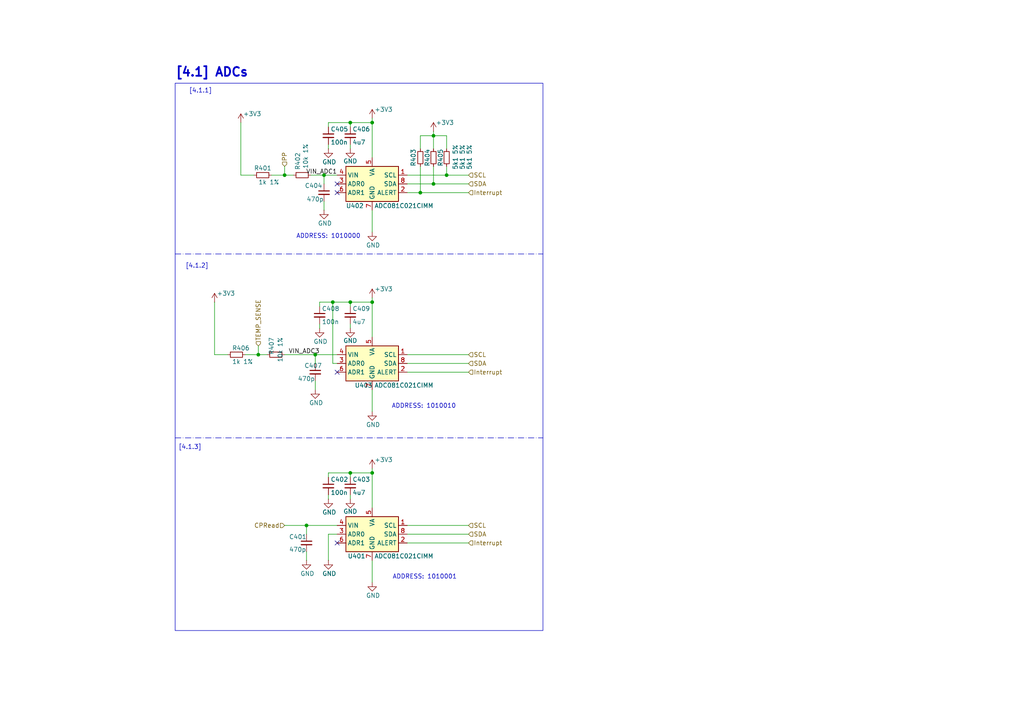
<source format=kicad_sch>
(kicad_sch (version 20231120) (generator "eeschema") (generator_version "8.0")
  (paper "A4")
  (title_block (title "SwitchSystemAddOn") (date "2024-07-25") (rev "3.3") (company "Gridlinx") (comment 1 "Kenan Kosack Henriksen"))
  (lib_symbols
    (symbol "Analog_ADC:ADC081C021CIMM"
      (property "Reference" "U" (at 3.81 11.43 0))
      (property "Value" "ADC081C021CIMM" (at 10.16 8.89 0))
      (symbol "ADC081C021CIMM_0_1"
        (rectangle (start -7.62 5.08) (end 7.62 -5.08) (stroke (width 0.254)) (fill (type background)))
      )
      (symbol "ADC081C021CIMM_1_1"
        (pin input line (at 10.16 2.54 180) (length 2.54) (name "SCL") (number "1"))
        (pin open_collector line (at 10.16 -2.54 180) (length 2.54) (name "ALERT") (number "2"))
        (pin input line (at -10.16 0 0) (length 2.54) (name "ADR0") (number "3"))
        (pin input line (at -10.16 2.54 0) (length 2.54) (name "VIN") (number "4"))
        (pin power_in line (at 0 7.62 270) (length 2.54) (name "VA") (number "5"))
        (pin input line (at -10.16 -2.54 0) (length 2.54) (name "ADR1") (number "6"))
        (pin power_in line (at 0 -7.62 90) (length 2.54) (name "GND") (number "7"))
        (pin bidirectional line (at 10.16 0 180) (length 2.54) (name "SDA") (number "8"))
      )
    )
    (symbol "Device:C_Small" (pin_numbers hide) (pin_names (offset 0.254) hide)
      (property "Reference" "C" (at 0.254 1.778 0))
      (property "Value" "C_Small" (at 0.254 -2.032 0))
      (symbol "C_Small_0_1"
        (polyline (pts (xy -1.524 -0.508) (xy 1.524 -0.508)) (stroke (width 0.3302)))
        (polyline (pts (xy -1.524 0.508) (xy 1.524 0.508)) (stroke (width 0.3048)))
      )
      (symbol "C_Small_1_1"
        (pin passive line (at 0 2.54 270) (length 2.032) (name "~") (number "1"))
        (pin passive line (at 0 -2.54 90) (length 2.032) (name "~") (number "2"))
      )
    )
    (symbol "Device:R_Small" (pin_numbers hide) (pin_names (offset 0.254) hide)
      (property "Reference" "R" (at 0.762 0.508 0))
      (property "Value" "R_Small" (at 0.762 -1.016 0))
      (symbol "R_Small_0_1"
        (rectangle (start -0.762 1.778) (end 0.762 -1.778) (stroke (width 0.2032)))
      )
      (symbol "R_Small_1_1"
        (pin passive line (at 0 2.54 270) (length 0.762) (name "~") (number "1"))
        (pin passive line (at 0 -2.54 90) (length 0.762) (name "~") (number "2"))
      )
    )
    (symbol "GND_1" (power) (pin_numbers hide) (pin_names (offset 0) hide)
      (property "Value" "GND" (at 0 -3.81 0))
      (symbol "GND_1_0_1"
        (polyline (pts (xy 0 0) (xy 0 -1.27) (xy 1.27 -1.27) (xy 0 -2.54) (xy -1.27 -1.27) (xy 0 -1.27)))
      )
      (symbol "GND_1_1_1"
        (pin power_in line (at 0 0 270) (length 0) (name "~") (number "1"))
      )
    )
    (symbol "power:+3V3" (power) (pin_numbers hide) (pin_names (offset 0) hide)
      (property "Value" "+3V3" (at 0 3.556 0))
      (symbol "+3V3_0_1"
        (polyline (pts (xy -0.762 1.27) (xy 0 2.54)))
        (polyline (pts (xy 0 0) (xy 0 2.54)))
        (polyline (pts (xy 0 2.54) (xy 0.762 1.27)))
      )
      (symbol "+3V3_1_1"
        (pin power_in line (at 0 0 90) (length 0) (name "~") (number "1"))
      )
    )
  )
  (junction (at 101.6 35.56))
  (junction (at 125.73 39.37))
  (junction (at 107.95 137.16))
  (junction (at 96.52 87.63))
  (junction (at 101.6 137.16))
  (junction (at 121.92 55.88))
  (junction (at 125.73 53.34))
  (junction (at 91.44 102.87))
  (junction (at 82.55 50.8))
  (junction (at 101.6 87.63))
  (junction (at 93.98 50.8))
  (junction (at 88.9 152.4))
  (junction (at 107.95 35.56))
  (junction (at 107.95 87.63))
  (junction (at 74.93 102.87))
  (junction (at 129.54 50.8))
  (no_connect (at 97.79 157.48))
  (no_connect (at 97.79 55.88))
  (no_connect (at 97.79 53.34))
  (no_connect (at 97.79 107.95))
  (wire (pts (xy 107.95 35.56) (xy 107.95 45.72)))
  (wire (pts (xy 121.92 43.18) (xy 121.92 39.37)))
  (wire (pts (xy 95.25 35.56) (xy 101.6 35.56)))
  (wire (pts (xy 118.11 53.34) (xy 125.73 53.34)))
  (wire (pts (xy 101.6 87.63) (xy 107.95 87.63)))
  (polyline (pts (xy 50.8 73.66) (xy 157.48 73.66)) (stroke (width 0) (type dash_dot)))
  (wire (pts (xy 101.6 87.63) (xy 101.6 88.9)))
  (wire (pts (xy 91.44 110.49) (xy 91.44 113.03)))
  (wire (pts (xy 91.44 102.87) (xy 91.44 105.41)))
  (wire (pts (xy 97.79 105.41) (xy 96.52 105.41)))
  (wire (pts (xy 62.23 102.87) (xy 62.23 87.63)))
  (wire (pts (xy 118.11 157.48) (xy 135.89 157.48)))
  (wire (pts (xy 101.6 35.56) (xy 101.6 36.83)))
  (wire (pts (xy 82.55 152.4) (xy 88.9 152.4)))
  (wire (pts (xy 71.12 102.87) (xy 74.93 102.87)))
  (wire (pts (xy 95.25 138.43) (xy 95.25 137.16)))
  (wire (pts (xy 129.54 43.18) (xy 129.54 39.37)))
  (wire (pts (xy 125.73 39.37) (xy 129.54 39.37)))
  (wire (pts (xy 101.6 137.16) (xy 101.6 138.43)))
  (wire (pts (xy 88.9 152.4) (xy 97.79 152.4)))
  (wire (pts (xy 82.55 102.87) (xy 91.44 102.87)))
  (wire (pts (xy 107.95 87.63) (xy 107.95 97.79)))
  (wire (pts (xy 91.44 102.87) (xy 97.79 102.87)))
  (wire (pts (xy 74.93 100.33) (xy 74.93 102.87)))
  (polyline (pts (xy 50.8 127) (xy 157.48 127)) (stroke (width 0) (type dash_dot)))
  (wire (pts (xy 97.79 50.8) (xy 93.98 50.8)))
  (wire (pts (xy 92.71 88.9) (xy 92.71 87.63)))
  (wire (pts (xy 93.98 50.8) (xy 93.98 53.34)))
  (wire (pts (xy 118.11 50.8) (xy 129.54 50.8)))
  (wire (pts (xy 96.52 87.63) (xy 101.6 87.63)))
  (wire (pts (xy 107.95 34.29) (xy 107.95 35.56)))
  (wire (pts (xy 78.74 50.8) (xy 82.55 50.8)))
  (wire (pts (xy 90.17 50.8) (xy 93.98 50.8)))
  (wire (pts (xy 118.11 152.4) (xy 135.89 152.4)))
  (wire (pts (xy 118.11 107.95) (xy 135.89 107.95)))
  (wire (pts (xy 118.11 105.41) (xy 135.89 105.41)))
  (wire (pts (xy 101.6 137.16) (xy 107.95 137.16)))
  (wire (pts (xy 97.79 154.94) (xy 95.25 154.94)))
  (wire (pts (xy 96.52 87.63) (xy 96.52 105.41)))
  (wire (pts (xy 101.6 35.56) (xy 107.95 35.56)))
  (wire (pts (xy 121.92 39.37) (xy 125.73 39.37)))
  (wire (pts (xy 118.11 55.88) (xy 121.92 55.88)))
  (wire (pts (xy 125.73 39.37) (xy 125.73 38.1)))
  (wire (pts (xy 118.11 102.87) (xy 135.89 102.87)))
  (wire (pts (xy 101.6 41.91) (xy 101.6 43.18)))
  (wire (pts (xy 121.92 55.88) (xy 135.89 55.88)))
  (wire (pts (xy 107.95 113.03) (xy 107.95 119.38)))
  (wire (pts (xy 69.85 50.8) (xy 69.85 35.56)))
  (wire (pts (xy 92.71 87.63) (xy 96.52 87.63)))
  (wire (pts (xy 107.95 135.89) (xy 107.95 137.16)))
  (wire (pts (xy 95.25 137.16) (xy 101.6 137.16)))
  (wire (pts (xy 107.95 86.36) (xy 107.95 87.63)))
  (wire (pts (xy 95.25 143.51) (xy 95.25 144.78)))
  (wire (pts (xy 129.54 48.26) (xy 129.54 50.8)))
  (wire (pts (xy 101.6 93.98) (xy 101.6 95.25)))
  (wire (pts (xy 66.04 102.87) (xy 62.23 102.87)))
  (wire (pts (xy 82.55 48.26) (xy 82.55 50.8)))
  (wire (pts (xy 125.73 53.34) (xy 135.89 53.34)))
  (wire (pts (xy 107.95 162.56) (xy 107.95 168.91)))
  (wire (pts (xy 125.73 48.26) (xy 125.73 53.34)))
  (wire (pts (xy 125.73 39.37) (xy 125.73 43.18)))
  (wire (pts (xy 101.6 143.51) (xy 101.6 144.78)))
  (wire (pts (xy 95.25 154.94) (xy 95.25 162.56)))
  (wire (pts (xy 88.9 160.02) (xy 88.9 162.56)))
  (wire (pts (xy 95.25 41.91) (xy 95.25 43.18)))
  (wire (pts (xy 129.54 50.8) (xy 135.89 50.8)))
  (wire (pts (xy 107.95 60.96) (xy 107.95 67.31)))
  (wire (pts (xy 88.9 152.4) (xy 88.9 154.94)))
  (wire (pts (xy 74.93 102.87) (xy 77.47 102.87)))
  (wire (pts (xy 73.66 50.8) (xy 69.85 50.8)))
  (wire (pts (xy 92.71 93.98) (xy 92.71 95.25)))
  (wire (pts (xy 107.95 137.16) (xy 107.95 147.32)))
  (wire (pts (xy 95.25 36.83) (xy 95.25 35.56)))
  (wire (pts (xy 93.98 58.42) (xy 93.98 60.96)))
  (wire (pts (xy 118.11 154.94) (xy 135.89 154.94)))
  (wire (pts (xy 121.92 48.26) (xy 121.92 55.88)))
  (wire (pts (xy 82.55 50.8) (xy 85.09 50.8)))
  (rectangle (start 50.8 24.13) (end 157.48 182.88))
  (text "ADDRESS: 1010010" (at 122.936 117.856 0) (effects (font (size 1.27 1.27))))
  (text "ADDRESS: 1010000" (at 95.25 68.58 0) (effects (font (size 1.27 1.27))))
  (text "[4.1.1]" (at 58.166 26.416 0) (effects (font (size 1.27 1.27))))
  (text "[4.1.3]" (at 55.118 129.794 0) (effects (font (size 1.27 1.27))))
  (text "ADDRESS: 1010001" (at 123.19 167.386 0) (effects (font (size 1.27 1.27))))
  (text "[4.1] ADCs" (at 61.468 21.082 0) (effects (font (size 2.54 2.54) (thickness 0.508) (bold yes))))
  (text "[4.1.2]" (at 57.15 77.216 0) (effects (font (size 1.27 1.27))))
  (label "VIN_ADC1" (at 97.79 50.8 180))
  (label "VIN_ADC3" (at 92.71 102.87 180))
  (hierarchical_label "SDA" (shape input) (at 135.89 105.41 0))
  (hierarchical_label "Interrupt" (shape input) (at 135.89 55.88 0))
  (hierarchical_label "PP" (shape input) (at 82.55 48.26 90))
  (hierarchical_label "Interrupt" (shape input) (at 135.89 157.48 0))
  (hierarchical_label "SCL" (shape input) (at 135.89 102.87 0))
  (hierarchical_label "SCL" (shape input) (at 135.89 152.4 0))
  (hierarchical_label "SDA" (shape input) (at 135.89 53.34 0))
  (hierarchical_label "TEMP_SENSE" (shape input) (at 74.93 100.33 90))
  (hierarchical_label "Interrupt" (shape input) (at 135.89 107.95 0))
  (hierarchical_label "SCL" (shape input) (at 135.89 50.8 0))
  (hierarchical_label "CPRead" (shape input) (at 82.55 152.4 180))
  (hierarchical_label "SDA" (shape input) (at 135.89 154.94 0))
  (symbol (lib_id "power:+3V3") (at 69.85 35.56 0) (unit 1)
    (property "Reference" "#PWR0402" (effects (hide yes)))
    (property "Value" "+3V3" (at 73.152 33.02 0))
    (property "Description" "Power symbol creates a global label with name \"+3V3\"" (effects (hide yes)))
  )
  (symbol (lib_id "Device:C_Small") (at 95.25 39.37 0) (unit 1)
    (property "Reference" "C405" (at 95.885 37.465 0) (effects (justify left)))
    (property "Value" "100n" (at 95.885 41.275 0) (effects (justify left)))
    (property "Footprint" "Capacitor_SMD:C_0402_1005Metric" (effects (hide yes)))
    (property "Description" "100n X7R 25V 0402" (effects (hide yes)))
    (property "Generic" "Yes" (effects (hide yes)))
    (property "Supplier link" "~ " (effects (hide yes)))
  )
  (symbol (lib_id "power:+3V3") (at 125.73 38.1 0) (unit 1)
    (property "Reference" "#PWR0414" (effects (hide yes)))
    (property "Value" "+3V3" (at 129.032 35.56 0))
    (property "Description" "Power symbol creates a global label with name \"+3V3\"" (effects (hide yes)))
  )
  (symbol (lib_name "GND_1") (lib_id "power:GND") (at 95.25 162.56 0) (unit 1)
    (property "Reference" "#PWR0404" (effects (hide yes)))
    (property "Value" "GND" (at 95.504 166.37 0))
    (property "Description" "Power symbol creates a global label with name \"GND\" , ground" (effects (hide yes)))
  )
  (symbol (lib_name "GND_1") (lib_id "power:GND") (at 91.44 113.03 0) (unit 1)
    (property "Reference" "#PWR0415" (effects (hide yes)))
    (property "Value" "GND" (at 91.694 116.84 0))
    (property "Description" "Power symbol creates a global label with name \"GND\" , ground" (effects (hide yes)))
  )
  (symbol (lib_id "Device:R_Small") (at 76.2 50.8 270) (mirror x) (unit 1)
    (property "Reference" "R401" (at 73.66 48.768 90) (effects (justify left)))
    (property "Value" "1k 1%" (at 74.93 52.832 90) (effects (justify left)))
    (property "Footprint" "Resistor_SMD:R_0402_1005Metric" (effects (hide yes)))
    (property "Description" "1K OHM 1% 1/16W 0402" (effects (hide yes)))
    (property "Supplier link" "~ " (effects (hide yes)))
    (property "Generic" "Yes" (effects (hide yes)))
    (property "Manufacturer_Name" "~ " (effects (hide yes)))
    (property "Manufacturer_Part_Number" "~ " (effects (hide yes)))
  )
  (symbol (lib_name "GND_1") (lib_id "power:GND") (at 101.6 144.78 0) (unit 1)
    (property "Reference" "#PWR0405" (effects (hide yes)))
    (property "Value" "GND" (at 101.6 148.336 0))
    (property "Description" "Power symbol creates a global label with name \"GND\" , ground" (effects (hide yes)))
  )
  (symbol (lib_id "Device:C_Small") (at 95.25 140.97 0) (unit 1)
    (property "Reference" "C402" (at 95.885 139.065 0) (effects (justify left)))
    (property "Value" "100n" (at 95.885 142.875 0) (effects (justify left)))
    (property "Footprint" "Capacitor_SMD:C_0402_1005Metric" (effects (hide yes)))
    (property "Description" "100n X7R 25V 0402" (effects (hide yes)))
    (property "Generic" "Yes" (effects (hide yes)))
    (property "Supplier link" "~ " (effects (hide yes)))
  )
  (symbol (lib_name "GND_1") (lib_id "power:GND") (at 95.25 43.18 0) (unit 1)
    (property "Reference" "#PWR0409" (effects (hide yes)))
    (property "Value" "GND" (at 95.504 46.99 0))
    (property "Description" "Power symbol creates a global label with name \"GND\" , ground" (effects (hide yes)))
  )
  (symbol (lib_id "Device:C_Small") (at 101.6 140.97 0) (unit 1)
    (property "Reference" "C403" (at 102.235 139.065 0) (effects (justify left)))
    (property "Value" "4u7" (at 102.235 142.875 0) (effects (justify left)))
    (property "Footprint" "Capacitor_SMD:C_0402_1005Metric" (effects (hide yes)))
    (property "Description" "4.7u 25V X5R 0805" (effects (hide yes)))
    (property "Supplier link" "~ " (effects (hide yes)))
    (property "Generic" "Yes" (effects (hide yes)))
  )
  (symbol (lib_id "Device:R_Small") (at 121.92 45.72 0) (mirror x) (unit 1)
    (property "Reference" "R403" (at 119.888 43.18 90) (effects (justify left)))
    (property "Value" "5k1 5%" (at 132.08 41.91 90) (effects (justify left)))
    (property "Footprint" "Resistor_SMD:R_0402_1005Metric" (effects (hide yes)))
    (property "Description" "5.1K OHM 5% 1/16W 0402" (effects (hide yes)))
    (property "Supplier link" "~ " (effects (hide yes)))
    (property "Generic" "Yes" (effects (hide yes)))
    (property "Manufacturer_Name" "~ " (effects (hide yes)))
    (property "Manufacturer_Part_Number" "~ " (effects (hide yes)))
  )
  (symbol (lib_name "GND_1") (lib_id "power:GND") (at 107.95 168.91 0) (unit 1)
    (property "Reference" "#PWR0407" (effects (hide yes)))
    (property "Value" "GND" (at 108.204 172.72 0))
    (property "Description" "Power symbol creates a global label with name \"GND\" , ground" (effects (hide yes)))
  )
  (symbol (lib_id "power:+3V3") (at 107.95 135.89 0) (unit 1)
    (property "Reference" "#PWR0406" (effects (hide yes)))
    (property "Value" "+3V3" (at 111.252 133.35 0))
    (property "Description" "Power symbol creates a global label with name \"+3V3\"" (effects (hide yes)))
  )
  (symbol (lib_id "Device:C_Small") (at 92.71 91.44 0) (unit 1)
    (property "Reference" "C408" (at 93.345 89.535 0) (effects (justify left)))
    (property "Value" "100n" (at 93.345 93.345 0) (effects (justify left)))
    (property "Footprint" "Capacitor_SMD:C_0402_1005Metric" (effects (hide yes)))
    (property "Description" "100n X7R 25V 0402" (effects (hide yes)))
    (property "Generic" "Yes" (effects (hide yes)))
    (property "Supplier link" "~ " (effects (hide yes)))
  )
  (symbol (lib_name "GND_1") (lib_id "power:GND") (at 95.25 144.78 0) (unit 1)
    (property "Reference" "#PWR0403" (effects (hide yes)))
    (property "Value" "GND" (at 95.504 148.59 0))
    (property "Description" "Power symbol creates a global label with name \"GND\" , ground" (effects (hide yes)))
  )
  (symbol (lib_name "GND_1") (lib_id "power:GND") (at 101.6 43.18 0) (unit 1)
    (property "Reference" "#PWR0410" (effects (hide yes)))
    (property "Value" "GND" (at 101.6 46.736 0))
    (property "Description" "Power symbol creates a global label with name \"GND\" , ground" (effects (hide yes)))
  )
  (symbol (lib_id "Device:C_Small") (at 101.6 91.44 0) (unit 1)
    (property "Reference" "C409" (at 102.235 89.535 0) (effects (justify left)))
    (property "Value" "4u7" (at 102.235 93.345 0) (effects (justify left)))
    (property "Footprint" "Capacitor_SMD:C_0402_1005Metric" (effects (hide yes)))
    (property "Description" "4.7u 25V X5R 0805" (effects (hide yes)))
    (property "Supplier link" "~ " (effects (hide yes)))
    (property "Generic" "Yes" (effects (hide yes)))
  )
  (symbol (lib_id "Analog_ADC:ADC081C021CIMM") (at 107.95 105.41 0) (unit 1)
    (property "Reference" "U403" (at 102.87 111.76 0) (effects (justify left)))
    (property "Value" "ADC081C021CIMM" (at 108.585 111.76 0) (effects (justify left)))
    (property "Footprint" "Package_SO:MSOP-8_3x3mm_P0.65mm" (effects (hide yes)))
    (property "Datasheet" "http://www.ti.com/lit/ds/symlink/adc081c021.pdf" (effects (hide yes)))
    (property "Description" "IC ADC 8BIT SAR 8VSSOP" (effects (hide yes)))
    (property "Supplier link" "https://www.digikey.dk/en/products/detail/texas-instruments/ADC081C021CIMM-NOPB/2092941" (effects (hide yes)))
    (property "Generic" "No" (effects (hide yes)))
    (property "Manufacturer_Name" "Texas Instruments" (effects (hide yes)))
    (property "Manufacturer_Part_Number" "ADC081C021CIMM/NOPB" (effects (hide yes)))
  )
  (symbol (lib_id "Device:C_Small") (at 88.9 157.48 0) (unit 1)
    (property "Reference" "C401" (at 83.82 155.702 0) (effects (justify left)))
    (property "Value" "470p" (at 83.82 159.385 0) (effects (justify left)))
    (property "Footprint" "Capacitor_SMD:C_0402_1005Metric" (effects (hide yes)))
    (property "Description" "470p 50V X7R 0402" (effects (hide yes)))
    (property "Supplier link" "~ " (effects (hide yes)))
    (property "Generic" "Yes" (effects (hide yes)))
  )
  (symbol (lib_id "Device:R_Small") (at 125.73 45.72 0) (mirror x) (unit 1)
    (property "Reference" "R404" (at 123.952 43.18 90) (effects (justify left)))
    (property "Value" "5k1 5%" (at 134.112 41.91 90) (effects (justify left)))
    (property "Footprint" "Resistor_SMD:R_0402_1005Metric" (effects (hide yes)))
    (property "Description" "5.1K OHM 5% 1/16W 0402" (effects (hide yes)))
    (property "Supplier link" "~ " (effects (hide yes)))
    (property "Generic" "Yes" (effects (hide yes)))
    (property "Manufacturer_Name" "~ " (effects (hide yes)))
    (property "Manufacturer_Part_Number" "~ " (effects (hide yes)))
  )
  (symbol (lib_name "GND_1") (lib_id "power:GND") (at 92.71 95.25 0) (unit 1)
    (property "Reference" "#PWR0416" (effects (hide yes)))
    (property "Value" "GND" (at 92.964 99.06 0))
    (property "Description" "Power symbol creates a global label with name \"GND\" , ground" (effects (hide yes)))
  )
  (symbol (lib_name "GND_1") (lib_id "power:GND") (at 107.95 119.38 0) (unit 1)
    (property "Reference" "#PWR0419" (effects (hide yes)))
    (property "Value" "GND" (at 108.204 123.19 0))
    (property "Description" "Power symbol creates a global label with name \"GND\" , ground" (effects (hide yes)))
  )
  (symbol (lib_name "GND_1") (lib_id "power:GND") (at 101.6 95.25 0) (unit 1)
    (property "Reference" "#PWR0417" (effects (hide yes)))
    (property "Value" "GND" (at 101.6 98.806 0))
    (property "Description" "Power symbol creates a global label with name \"GND\" , ground" (effects (hide yes)))
  )
  (symbol (lib_name "GND_1") (lib_id "power:GND") (at 88.9 162.56 0) (unit 1)
    (property "Reference" "#PWR0401" (effects (hide yes)))
    (property "Value" "GND" (at 89.154 166.37 0))
    (property "Description" "Power symbol creates a global label with name \"GND\" , ground" (effects (hide yes)))
  )
  (symbol (lib_id "Device:C_Small") (at 93.98 55.88 0) (unit 1)
    (property "Reference" "C404" (at 88.392 53.848 0) (effects (justify left)))
    (property "Value" "470p" (at 88.9 57.785 0) (effects (justify left)))
    (property "Footprint" "Capacitor_SMD:C_0402_1005Metric" (effects (hide yes)))
    (property "Description" "470p 50V X7R 0402" (effects (hide yes)))
    (property "Supplier link" "~ " (effects (hide yes)))
    (property "Generic" "Yes" (effects (hide yes)))
  )
  (symbol (lib_name "GND_1") (lib_id "power:GND") (at 107.95 67.31 0) (unit 1)
    (property "Reference" "#PWR0412" (effects (hide yes)))
    (property "Value" "GND" (at 108.204 71.12 0))
    (property "Description" "Power symbol creates a global label with name \"GND\" , ground" (effects (hide yes)))
  )
  (symbol (lib_id "Device:R_Small") (at 80.01 102.87 90) (mirror x) (unit 1)
    (property "Reference" "R407" (at 78.74 97.79 0) (effects (justify left)))
    (property "Value" "10k 1%" (at 81.28 97.79 0) (effects (justify left)))
    (property "Footprint" "Resistor_SMD:R_0402_1005Metric" (effects (hide yes)))
    (property "Description" "10K OHM 1% 1/16W 0402" (effects (hide yes)))
    (property "Supplier link" "~ " (effects (hide yes)))
    (property "Generic" "Yes" (effects (hide yes)))
    (property "Manufacturer_Name" "~ " (effects (hide yes)))
    (property "Manufacturer_Part_Number" "~ " (effects (hide yes)))
  )
  (symbol (lib_id "Device:C_Small") (at 91.44 107.95 0) (unit 1)
    (property "Reference" "C407" (at 88.265 106.045 0) (effects (justify left)))
    (property "Value" "470p" (at 86.36 109.855 0) (effects (justify left)))
    (property "Footprint" "Capacitor_SMD:C_0402_1005Metric" (effects (hide yes)))
    (property "Description" "470p 50V X7R 0402" (effects (hide yes)))
    (property "Supplier link" "~ " (effects (hide yes)))
    (property "Generic" "Yes" (effects (hide yes)))
  )
  (symbol (lib_id "Analog_ADC:ADC081C021CIMM") (at 107.95 53.34 0) (unit 1)
    (property "Reference" "U402" (at 100.33 59.69 0) (effects (justify left)))
    (property "Value" "ADC081C021CIMM" (at 108.585 59.69 0) (effects (justify left)))
    (property "Footprint" "Package_SO:MSOP-8_3x3mm_P0.65mm" (effects (hide yes)))
    (property "Datasheet" "http://www.ti.com/lit/ds/symlink/adc081c021.pdf" (effects (hide yes)))
    (property "Description" "IC ADC 8BIT SAR 8VSSOP" (effects (hide yes)))
    (property "Supplier link" "https://www.digikey.dk/en/products/detail/texas-instruments/ADC081C021CIMM-NOPB/2092941" (effects (hide yes)))
    (property "Generic" "No" (effects (hide yes)))
    (property "Manufacturer_Name" "Texas Instruments" (effects (hide yes)))
    (property "Manufacturer_Part_Number" "ADC081C021CIMM/NOPB" (effects (hide yes)))
  )
  (symbol (lib_id "Device:R_Small") (at 87.63 50.8 90) (mirror x) (unit 1)
    (property "Reference" "R402" (at 86.36 44.196 0) (effects (justify left)))
    (property "Value" "10k 1%" (at 88.646 41.656 0) (effects (justify left)))
    (property "Footprint" "Resistor_SMD:R_0402_1005Metric" (effects (hide yes)))
    (property "Description" "10K OHM 1% 1/16W 0402" (effects (hide yes)))
    (property "Supplier link" "~ " (effects (hide yes)))
    (property "Generic" "Yes" (effects (hide yes)))
    (property "Manufacturer_Name" "~ " (effects (hide yes)))
    (property "Manufacturer_Part_Number" "~ " (effects (hide yes)))
  )
  (symbol (lib_id "power:+3V3") (at 107.95 86.36 0) (unit 1)
    (property "Reference" "#PWR0418" (effects (hide yes)))
    (property "Value" "+3V3" (at 111.252 83.82 0))
    (property "Description" "Power symbol creates a global label with name \"+3V3\"" (effects (hide yes)))
  )
  (symbol (lib_id "Device:R_Small") (at 129.54 45.72 0) (mirror x) (unit 1)
    (property "Reference" "R405" (at 127.762 43.18 90) (effects (justify left)))
    (property "Value" "5k1 5%" (at 136.144 41.91 90) (effects (justify left)))
    (property "Footprint" "Resistor_SMD:R_0402_1005Metric" (effects (hide yes)))
    (property "Description" "5.1K OHM 5% 1/16W 0402" (effects (hide yes)))
    (property "Supplier link" "~ " (effects (hide yes)))
    (property "Generic" "Yes" (effects (hide yes)))
    (property "Manufacturer_Name" "~ " (effects (hide yes)))
    (property "Manufacturer_Part_Number" "~ " (effects (hide yes)))
  )
  (symbol (lib_id "Device:R_Small") (at 68.58 102.87 270) (mirror x) (unit 1)
    (property "Reference" "R406" (at 67.31 100.965 90) (effects (justify left)))
    (property "Value" "1k 1%" (at 67.31 104.902 90) (effects (justify left)))
    (property "Footprint" "Resistor_SMD:R_0402_1005Metric" (effects (hide yes)))
    (property "Description" "1K OHM 1% 1/16W 0402" (effects (hide yes)))
    (property "Supplier link" "~ " (effects (hide yes)))
    (property "Generic" "Yes" (effects (hide yes)))
    (property "Manufacturer_Name" "~ " (effects (hide yes)))
    (property "Manufacturer_Part_Number" "~ " (effects (hide yes)))
  )
  (symbol (lib_id "power:+3V3") (at 107.95 34.29 0) (unit 1)
    (property "Reference" "#PWR0411" (effects (hide yes)))
    (property "Value" "+3V3" (at 111.252 31.75 0))
    (property "Description" "Power symbol creates a global label with name \"+3V3\"" (effects (hide yes)))
  )
  (symbol (lib_name "GND_1") (lib_id "power:GND") (at 93.98 60.96 0) (unit 1)
    (property "Reference" "#PWR0408" (effects (hide yes)))
    (property "Value" "GND" (at 94.234 64.77 0))
    (property "Description" "Power symbol creates a global label with name \"GND\" , ground" (effects (hide yes)))
  )
  (symbol (lib_id "Analog_ADC:ADC081C021CIMM") (at 107.95 154.94 0) (unit 1)
    (property "Reference" "U401" (at 100.838 161.29 0) (effects (justify left)))
    (property "Value" "ADC081C021CIMM" (at 108.585 161.29 0) (effects (justify left)))
    (property "Footprint" "Package_SO:MSOP-8_3x3mm_P0.65mm" (effects (hide yes)))
    (property "Datasheet" "http://www.ti.com/lit/ds/symlink/adc081c021.pdf" (effects (hide yes)))
    (property "Description" "IC ADC 8BIT SAR 8VSSOP" (effects (hide yes)))
    (property "Supplier link" "https://www.digikey.dk/en/products/detail/texas-instruments/ADC081C021CIMM-NOPB/2092941" (effects (hide yes)))
    (property "Generic" "No" (effects (hide yes)))
    (property "Manufacturer_Name" "Texas Instruments" (effects (hide yes)))
    (property "Manufacturer_Part_Number" "ADC081C021CIMM/NOPB" (effects (hide yes)))
  )
  (symbol (lib_id "Device:C_Small") (at 101.6 39.37 0) (unit 1)
    (property "Reference" "C406" (at 102.235 37.465 0) (effects (justify left)))
    (property "Value" "4u7" (at 102.235 41.275 0) (effects (justify left)))
    (property "Footprint" "Capacitor_SMD:C_0402_1005Metric" (effects (hide yes)))
    (property "Description" "4.7u 25V X5R 0805" (effects (hide yes)))
    (property "Supplier link" "~ " (effects (hide yes)))
    (property "Generic" "Yes" (effects (hide yes)))
  )
  (symbol (lib_id "power:+3V3") (at 62.23 87.63 0) (unit 1)
    (property "Reference" "#PWR0413" (effects (hide yes)))
    (property "Value" "+3V3" (at 65.532 85.09 0))
    (property "Description" "Power symbol creates a global label with name \"+3V3\"" (effects (hide yes)))
  )
)
</source>
